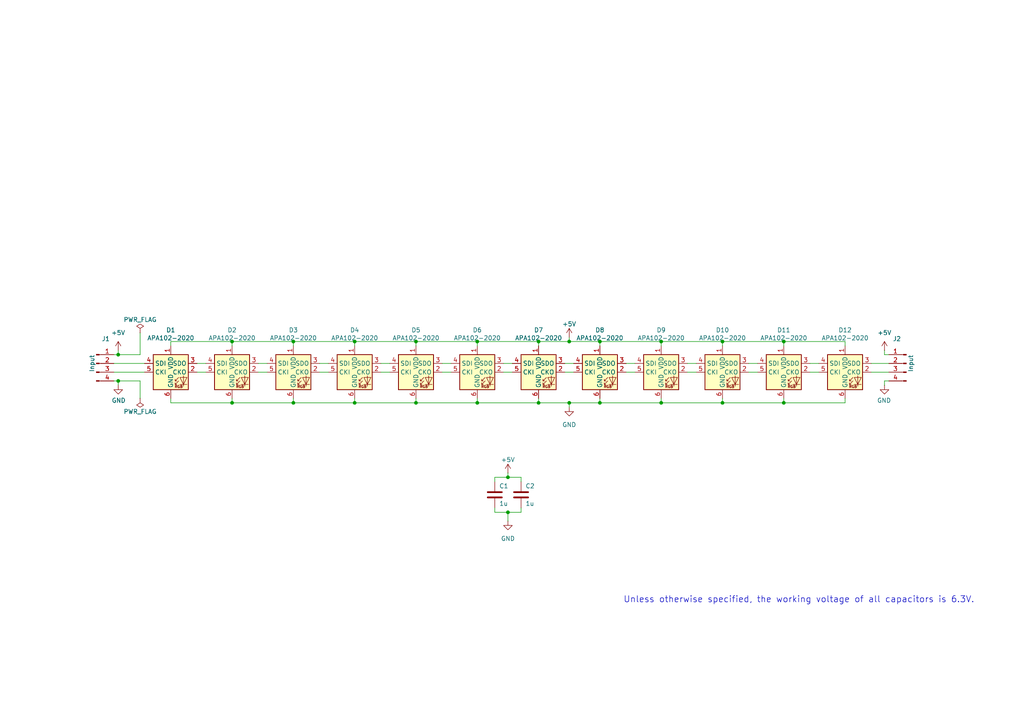
<source format=kicad_sch>
(kicad_sch (version 20231120) (generator "eeschema") (generator_version "8.0")
  (paper "A4")
  (lib_symbols
    (symbol "Connector:Conn_01x04_Pin" (pin_names (offset 1.016) hide)
      (property "Reference" "J" (at 0 5.08 0))
      (property "Value" "Conn_01x04_Pin" (at 0 -7.62 0))
      (symbol "Conn_01x04_Pin_1_1"
        (polyline (pts (xy 1.27 -5.08) (xy 0.8636 -5.08)) (stroke (width 0.1524)))
        (polyline (pts (xy 1.27 -2.54) (xy 0.8636 -2.54)) (stroke (width 0.1524)))
        (polyline (pts (xy 1.27 0) (xy 0.8636 0)) (stroke (width 0.1524)))
        (polyline (pts (xy 1.27 2.54) (xy 0.8636 2.54)) (stroke (width 0.1524)))
        (rectangle (start 0.8636 -4.953) (end 0 -5.207) (stroke (width 0.1524)) (fill (type outline)))
        (rectangle (start 0.8636 -2.413) (end 0 -2.667) (stroke (width 0.1524)) (fill (type outline)))
        (rectangle (start 0.8636 0.127) (end 0 -0.127) (stroke (width 0.1524)) (fill (type outline)))
        (rectangle (start 0.8636 2.667) (end 0 2.413) (stroke (width 0.1524)) (fill (type outline)))
        (pin passive line (at 5.08 2.54 180) (length 3.81) (name "Pin_1") (number "1"))
        (pin passive line (at 5.08 0 180) (length 3.81) (name "Pin_2") (number "2"))
        (pin passive line (at 5.08 -2.54 180) (length 3.81) (name "Pin_3") (number "3"))
        (pin passive line (at 5.08 -5.08 180) (length 3.81) (name "Pin_4") (number "4"))
      )
    )
    (symbol "Device:C" (pin_numbers hide) (pin_names (offset 0.254))
      (property "Reference" "C" (at 0.635 2.54 0))
      (property "Value" "C" (at 0.635 -2.54 0))
      (symbol "C_0_1"
        (polyline (pts (xy -2.032 -0.762) (xy 2.032 -0.762)) (stroke (width 0.508)))
        (polyline (pts (xy -2.032 0.762) (xy 2.032 0.762)) (stroke (width 0.508)))
      )
      (symbol "C_1_1"
        (pin passive line (at 0 3.81 270) (length 2.794) (name "~") (number "1"))
        (pin passive line (at 0 -3.81 90) (length 2.794) (name "~") (number "2"))
      )
    )
    (symbol "LED:APA102-2020"
      (property "Reference" "D" (at 5.08 5.715 0))
      (property "Value" "APA102-2020" (at 1.27 -5.715 0))
      (symbol "APA102-2020_0_0"
        (text "RGB" (at 2.286 -4.191 0) (effects (font (size 0.762 0.762))))
      )
      (symbol "APA102-2020_0_1"
        (polyline (pts (xy 1.27 -3.556) (xy 1.778 -3.556)))
        (polyline (pts (xy 1.27 -2.54) (xy 1.778 -2.54)))
        (polyline (pts (xy 4.699 -3.556) (xy 2.667 -3.556)))
        (polyline (pts (xy 2.286 -2.54) (xy 1.27 -3.556) (xy 1.27 -3.048)))
        (polyline (pts (xy 2.286 -1.524) (xy 1.27 -2.54) (xy 1.27 -2.032)))
        (polyline (pts (xy 3.683 -1.016) (xy 3.683 -3.556) (xy 3.683 -4.064)))
        (polyline (pts (xy 4.699 -1.524) (xy 2.667 -1.524) (xy 3.683 -3.556) (xy 4.699 -1.524)))
        (rectangle (start 5.08 5.08) (end -5.08 -5.08) (stroke (width 0.254)) (fill (type background)))
      )
      (symbol "APA102-2020_1_1"
        (pin power_in line (at 0 7.62 270) (length 2.54) (name "VDD") (number "1"))
        (pin output line (at 7.62 0 180) (length 2.54) (name "CKO") (number "2"))
        (pin output line (at 7.62 2.54 180) (length 2.54) (name "SDO") (number "3"))
        (pin input line (at -7.62 2.54 0) (length 2.54) (name "SDI") (number "4"))
        (pin input line (at -7.62 0 0) (length 2.54) (name "CKI") (number "5"))
        (pin power_in line (at 0 -7.62 90) (length 2.54) (name "GND") (number "6"))
      )
    )
    (symbol "power:+5V" (power) (pin_numbers hide) (pin_names (offset 0) hide)
      (property "Value" "+5V" (at 0 3.556 0))
      (symbol "+5V_0_1"
        (polyline (pts (xy -0.762 1.27) (xy 0 2.54)))
        (polyline (pts (xy 0 0) (xy 0 2.54)))
        (polyline (pts (xy 0 2.54) (xy 0.762 1.27)))
      )
      (symbol "+5V_1_1"
        (pin power_in line (at 0 0 90) (length 0) (name "~") (number "1"))
      )
    )
    (symbol "power:GND" (power) (pin_numbers hide) (pin_names (offset 0) hide)
      (property "Value" "GND" (at 0 -3.81 0))
      (symbol "GND_0_1"
        (polyline (pts (xy 0 0) (xy 0 -1.27) (xy 1.27 -1.27) (xy 0 -2.54) (xy -1.27 -1.27) (xy 0 -1.27)))
      )
      (symbol "GND_1_1"
        (pin power_in line (at 0 0 270) (length 0) (name "~") (number "1"))
      )
    )
    (symbol "power:PWR_FLAG" (power) (pin_numbers hide) (pin_names (offset 0) hide)
      (property "Value" "PWR_FLAG" (at 0 3.81 0))
      (symbol "PWR_FLAG_0_0"
        (pin power_out line (at 0 0 90) (length 0) (name "~") (number "1"))
      )
      (symbol "PWR_FLAG_0_1"
        (polyline (pts (xy 0 0) (xy 0 1.27) (xy -1.016 1.905) (xy 0 2.54) (xy 1.016 1.905) (xy 0 1.27)))
      )
    )
  )
  (junction (at 147.32 148.59))
  (junction (at 209.55 99.06))
  (junction (at 34.29 102.87))
  (junction (at 156.21 116.84))
  (junction (at 120.65 99.06))
  (junction (at 102.87 116.84))
  (junction (at 165.1 99.06))
  (junction (at 147.32 138.43))
  (junction (at 227.33 116.84))
  (junction (at 191.77 116.84))
  (junction (at 173.99 116.84))
  (junction (at 67.31 116.84))
  (junction (at 209.55 116.84))
  (junction (at 173.99 99.06))
  (junction (at 165.1 116.84))
  (junction (at 102.87 99.06))
  (junction (at 34.29 110.49))
  (junction (at 85.09 99.06))
  (junction (at 138.43 99.06))
  (junction (at 156.21 99.06))
  (junction (at 67.31 99.06))
  (junction (at 191.77 99.06))
  (junction (at 227.33 99.06))
  (junction (at 120.65 116.84))
  (junction (at 138.43 116.84))
  (junction (at 85.09 116.84))
  (wire (pts (xy 147.32 148.59) (xy 143.51 148.59)))
  (wire (pts (xy 209.55 116.84) (xy 227.33 116.84)))
  (wire (pts (xy 245.11 99.06) (xy 245.11 100.33)))
  (wire (pts (xy 57.15 105.41) (xy 59.69 105.41)))
  (wire (pts (xy 113.03 107.95) (xy 110.49 107.95)))
  (wire (pts (xy 199.39 105.41) (xy 201.93 105.41)))
  (wire (pts (xy 146.05 107.95) (xy 148.59 107.95)))
  (wire (pts (xy 209.55 116.84) (xy 209.55 115.57)))
  (wire (pts (xy 34.29 110.49) (xy 33.02 110.49)))
  (wire (pts (xy 33.02 105.41) (xy 41.91 105.41)))
  (wire (pts (xy 120.65 99.06) (xy 120.65 100.33)))
  (wire (pts (xy 40.64 115.57) (xy 40.64 110.49)))
  (wire (pts (xy 33.02 107.95) (xy 41.91 107.95)))
  (wire (pts (xy 102.87 100.33) (xy 102.87 99.06)))
  (wire (pts (xy 102.87 116.84) (xy 120.65 116.84)))
  (wire (pts (xy 245.11 115.57) (xy 245.11 116.84)))
  (wire (pts (xy 191.77 116.84) (xy 209.55 116.84)))
  (wire (pts (xy 138.43 100.33) (xy 138.43 99.06)))
  (wire (pts (xy 147.32 148.59) (xy 147.32 151.13)))
  (wire (pts (xy 165.1 99.06) (xy 173.99 99.06)))
  (wire (pts (xy 227.33 99.06) (xy 227.33 100.33)))
  (wire (pts (xy 128.27 105.41) (xy 130.81 105.41)))
  (wire (pts (xy 151.13 138.43) (xy 151.13 139.7)))
  (wire (pts (xy 128.27 107.95) (xy 130.81 107.95)))
  (wire (pts (xy 143.51 138.43) (xy 147.32 138.43)))
  (wire (pts (xy 57.15 107.95) (xy 59.69 107.95)))
  (wire (pts (xy 166.37 107.95) (xy 163.83 107.95)))
  (wire (pts (xy 209.55 99.06) (xy 227.33 99.06)))
  (wire (pts (xy 67.31 100.33) (xy 67.31 99.06)))
  (wire (pts (xy 146.05 105.41) (xy 148.59 105.41)))
  (wire (pts (xy 147.32 137.16) (xy 147.32 138.43)))
  (wire (pts (xy 227.33 99.06) (xy 245.11 99.06)))
  (wire (pts (xy 252.73 107.95) (xy 257.81 107.95)))
  (wire (pts (xy 151.13 147.32) (xy 151.13 148.59)))
  (wire (pts (xy 173.99 116.84) (xy 173.99 115.57)))
  (wire (pts (xy 67.31 116.84) (xy 85.09 116.84)))
  (wire (pts (xy 85.09 99.06) (xy 102.87 99.06)))
  (wire (pts (xy 156.21 116.84) (xy 156.21 115.57)))
  (wire (pts (xy 40.64 96.52) (xy 40.64 102.87)))
  (wire (pts (xy 143.51 139.7) (xy 143.51 138.43)))
  (wire (pts (xy 165.1 116.84) (xy 173.99 116.84)))
  (wire (pts (xy 138.43 116.84) (xy 138.43 115.57)))
  (wire (pts (xy 147.32 138.43) (xy 151.13 138.43)))
  (wire (pts (xy 77.47 107.95) (xy 74.93 107.95)))
  (wire (pts (xy 92.71 107.95) (xy 95.25 107.95)))
  (wire (pts (xy 92.71 105.41) (xy 95.25 105.41)))
  (wire (pts (xy 227.33 116.84) (xy 245.11 116.84)))
  (wire (pts (xy 120.65 116.84) (xy 120.65 115.57)))
  (wire (pts (xy 252.73 105.41) (xy 257.81 105.41)))
  (wire (pts (xy 151.13 148.59) (xy 147.32 148.59)))
  (wire (pts (xy 49.53 100.33) (xy 49.53 99.06)))
  (wire (pts (xy 181.61 105.41) (xy 184.15 105.41)))
  (wire (pts (xy 156.21 116.84) (xy 138.43 116.84)))
  (wire (pts (xy 102.87 115.57) (xy 102.87 116.84)))
  (wire (pts (xy 49.53 116.84) (xy 49.53 115.57)))
  (wire (pts (xy 173.99 99.06) (xy 191.77 99.06)))
  (wire (pts (xy 102.87 116.84) (xy 85.09 116.84)))
  (wire (pts (xy 156.21 99.06) (xy 165.1 99.06)))
  (wire (pts (xy 34.29 102.87) (xy 40.64 102.87)))
  (wire (pts (xy 67.31 99.06) (xy 85.09 99.06)))
  (wire (pts (xy 256.54 110.49) (xy 256.54 111.76)))
  (wire (pts (xy 156.21 100.33) (xy 156.21 99.06)))
  (wire (pts (xy 166.37 105.41) (xy 163.83 105.41)))
  (wire (pts (xy 34.29 102.87) (xy 33.02 102.87)))
  (wire (pts (xy 191.77 115.57) (xy 191.77 116.84)))
  (wire (pts (xy 77.47 105.41) (xy 74.93 105.41)))
  (wire (pts (xy 102.87 99.06) (xy 120.65 99.06)))
  (wire (pts (xy 234.95 107.95) (xy 237.49 107.95)))
  (wire (pts (xy 165.1 97.79) (xy 165.1 99.06)))
  (wire (pts (xy 138.43 99.06) (xy 156.21 99.06)))
  (wire (pts (xy 191.77 116.84) (xy 173.99 116.84)))
  (wire (pts (xy 217.17 107.95) (xy 219.71 107.95)))
  (wire (pts (xy 217.17 105.41) (xy 219.71 105.41)))
  (wire (pts (xy 85.09 100.33) (xy 85.09 99.06)))
  (wire (pts (xy 234.95 105.41) (xy 237.49 105.41)))
  (wire (pts (xy 191.77 99.06) (xy 209.55 99.06)))
  (wire (pts (xy 120.65 99.06) (xy 138.43 99.06)))
  (wire (pts (xy 201.93 107.95) (xy 199.39 107.95)))
  (wire (pts (xy 173.99 100.33) (xy 173.99 99.06)))
  (wire (pts (xy 227.33 115.57) (xy 227.33 116.84)))
  (wire (pts (xy 256.54 101.6) (xy 256.54 102.87)))
  (wire (pts (xy 209.55 99.06) (xy 209.55 100.33)))
  (wire (pts (xy 156.21 116.84) (xy 165.1 116.84)))
  (wire (pts (xy 143.51 147.32) (xy 143.51 148.59)))
  (wire (pts (xy 165.1 116.84) (xy 165.1 118.11)))
  (wire (pts (xy 67.31 116.84) (xy 67.31 115.57)))
  (wire (pts (xy 34.29 101.6) (xy 34.29 102.87)))
  (wire (pts (xy 181.61 107.95) (xy 184.15 107.95)))
  (wire (pts (xy 34.29 110.49) (xy 34.29 111.76)))
  (wire (pts (xy 120.65 116.84) (xy 138.43 116.84)))
  (wire (pts (xy 49.53 99.06) (xy 67.31 99.06)))
  (wire (pts (xy 256.54 110.49) (xy 257.81 110.49)))
  (wire (pts (xy 67.31 116.84) (xy 49.53 116.84)))
  (wire (pts (xy 110.49 105.41) (xy 113.03 105.41)))
  (wire (pts (xy 191.77 100.33) (xy 191.77 99.06)))
  (wire (pts (xy 85.09 116.84) (xy 85.09 115.57)))
  (wire (pts (xy 256.54 102.87) (xy 257.81 102.87)))
  (wire (pts (xy 34.29 110.49) (xy 40.64 110.49)))
  (text "Unless otherwise specified, the working voltage of all capacitors is 6.3V. " (at 232.41 173.99 0) (effects (font (size 1.8 1.8))))
  (symbol (lib_id "LED:APA102-2020") (at 102.87 107.95 0) (unit 1)
    (property "Reference" "D4" (at 102.87 95.7326 0))
    (property "Value" "APA102-2020" (at 102.87 98.044 0))
    (property "Footprint" "extraFootprints:LED-APA102-2020" (effects (hide yes)))
    (property "Datasheet" "http://www.led-color.com/upload/201604/APA102-2020%20SMD%20LED.pdf" (effects (hide yes)))
  )
  (symbol (lib_id "Device:C") (at 143.51 143.51 0) (unit 1)
    (property "Reference" "C1" (at 144.78 140.97 0) (effects (justify left)))
    (property "Value" "1u" (at 144.78 146.05 0) (effects (justify left)))
    (property "Footprint" "Capacitor_SMD:C_0805_2012Metric_Pad1.18x1.45mm_HandSolder" (effects (hide yes)))
    (property "Description" "Unpolarized capacitor" (effects (hide yes)))
  )
  (symbol (lib_id "power:GND") (at 256.54 111.76 0) (mirror y) (unit 1)
    (property "Reference" "#PWR06" (effects (hide yes)))
    (property "Value" "GND" (at 256.413 116.1542 0))
  )
  (symbol (lib_id "LED:APA102-2020") (at 49.53 107.95 0) (unit 1)
    (property "Reference" "D1" (at 49.53 95.7326 0))
    (property "Value" "APA102-2020" (at 49.53 98.044 0))
    (property "Footprint" "extraFootprints:LED-APA102-2020" (effects (hide yes)))
    (property "Datasheet" "http://www.led-color.com/upload/201604/APA102-2020%20SMD%20LED.pdf" (effects (hide yes)))
  )
  (symbol (lib_id "LED:APA102-2020") (at 173.99 107.95 0) (unit 1)
    (property "Reference" "D8" (at 173.99 95.7326 0))
    (property "Value" "APA102-2020" (at 173.99 98.044 0))
    (property "Footprint" "extraFootprints:LED-APA102-2020" (effects (hide yes)))
    (property "Datasheet" "http://www.led-color.com/upload/201604/APA102-2020%20SMD%20LED.pdf" (effects (hide yes)))
  )
  (symbol (lib_id "LED:APA102-2020") (at 209.55 107.95 0) (unit 1)
    (property "Reference" "D10" (at 209.55 95.7326 0))
    (property "Value" "APA102-2020" (at 209.55 98.044 0))
    (property "Footprint" "extraFootprints:LED-APA102-2020" (effects (hide yes)))
    (property "Datasheet" "http://www.led-color.com/upload/201604/APA102-2020%20SMD%20LED.pdf" (effects (hide yes)))
  )
  (symbol (lib_id "LED:APA102-2020") (at 156.21 107.95 0) (unit 1)
    (property "Reference" "D7" (at 156.21 95.7326 0))
    (property "Value" "APA102-2020" (at 156.21 98.044 0))
    (property "Footprint" "extraFootprints:LED-APA102-2020" (effects (hide yes)))
    (property "Datasheet" "http://www.led-color.com/upload/201604/APA102-2020%20SMD%20LED.pdf" (effects (hide yes)))
  )
  (symbol (lib_id "Connector:Conn_01x04_Pin") (at 27.94 105.41 0) (unit 1)
    (property "Reference" "J1" (at 30.6832 98.2726 0))
    (property "Value" "Input" (at 26.67 105.41 90))
    (property "Footprint" "extraFootprints:SMD_4xSolderPads_2,5mm_1mm" (effects (hide yes)))
    (property "Description" "Generic connector, single row, 01x04, script generated" (effects (hide yes)))
  )
  (symbol (lib_id "power:GND") (at 165.1 118.11 0) (unit 1)
    (property "Reference" "#PWR01" (effects (hide yes)))
    (property "Value" "GND" (at 165.1 123.19 0))
    (property "Description" "Power symbol creates a global label with name \"GND\" , ground" (effects (hide yes)))
  )
  (symbol (lib_id "power:+5V") (at 256.54 101.6 0) (mirror y) (unit 1)
    (property "Reference" "#PWR05" (effects (hide yes)))
    (property "Value" "+5V" (at 256.54 96.52 0))
    (property "Description" "Power symbol creates a global label with name \"+5V\"" (effects (hide yes)))
  )
  (symbol (lib_id "LED:APA102-2020") (at 138.43 107.95 0) (unit 1)
    (property "Reference" "D6" (at 138.43 95.7326 0))
    (property "Value" "APA102-2020" (at 138.43 98.044 0))
    (property "Footprint" "extraFootprints:LED-APA102-2020" (effects (hide yes)))
    (property "Datasheet" "http://www.led-color.com/upload/201604/APA102-2020%20SMD%20LED.pdf" (effects (hide yes)))
  )
  (symbol (lib_id "Connector:Conn_01x04_Pin") (at 262.89 105.41 0) (mirror y) (unit 1)
    (property "Reference" "J2" (at 260.1468 98.2726 0))
    (property "Value" "Input" (at 264.16 105.41 90))
    (property "Footprint" "extraFootprints:SMD_4xSolderPads_2,5mm_1mm" (effects (hide yes)))
    (property "Description" "Generic connector, single row, 01x04, script generated" (effects (hide yes)))
  )
  (symbol (lib_id "LED:APA102-2020") (at 191.77 107.95 0) (unit 1)
    (property "Reference" "D9" (at 191.77 95.7326 0))
    (property "Value" "APA102-2020" (at 191.77 98.044 0))
    (property "Footprint" "extraFootprints:LED-APA102-2020" (effects (hide yes)))
    (property "Datasheet" "http://www.led-color.com/upload/201604/APA102-2020%20SMD%20LED.pdf" (effects (hide yes)))
  )
  (symbol (lib_id "LED:APA102-2020") (at 245.11 107.95 0) (unit 1)
    (property "Reference" "D12" (at 245.11 95.7326 0))
    (property "Value" "APA102-2020" (at 245.11 98.044 0))
    (property "Footprint" "extraFootprints:LED-APA102-2020" (effects (hide yes)))
    (property "Datasheet" "http://www.led-color.com/upload/201604/APA102-2020%20SMD%20LED.pdf" (effects (hide yes)))
  )
  (symbol (lib_id "LED:APA102-2020") (at 85.09 107.95 0) (unit 1)
    (property "Reference" "D3" (at 85.09 95.7326 0))
    (property "Value" "APA102-2020" (at 85.09 98.044 0))
    (property "Footprint" "extraFootprints:LED-APA102-2020" (effects (hide yes)))
    (property "Datasheet" "http://www.led-color.com/upload/201604/APA102-2020%20SMD%20LED.pdf" (effects (hide yes)))
  )
  (symbol (lib_id "LED:APA102-2020") (at 67.31 107.95 0) (unit 1)
    (property "Reference" "D2" (at 67.31 95.7326 0))
    (property "Value" "APA102-2020" (at 67.31 98.044 0))
    (property "Footprint" "extraFootprints:LED-APA102-2020" (effects (hide yes)))
    (property "Datasheet" "http://www.led-color.com/upload/201604/APA102-2020%20SMD%20LED.pdf" (effects (hide yes)))
  )
  (symbol (lib_id "power:+5V") (at 34.29 101.6 0) (unit 1)
    (property "Reference" "#PWR02" (effects (hide yes)))
    (property "Value" "+5V" (at 34.29 96.52 0))
    (property "Description" "Power symbol creates a global label with name \"+5V\"" (effects (hide yes)))
  )
  (symbol (lib_id "power:GND") (at 147.32 151.13 0) (unit 1)
    (property "Reference" "#PWR08" (effects (hide yes)))
    (property "Value" "GND" (at 147.32 156.21 0))
    (property "Description" "Power symbol creates a global label with name \"GND\" , ground" (effects (hide yes)))
  )
  (symbol (lib_id "Device:C") (at 151.13 143.51 0) (unit 1)
    (property "Reference" "C2" (at 152.4 140.97 0) (effects (justify left)))
    (property "Value" "1u" (at 152.4 146.05 0) (effects (justify left)))
    (property "Footprint" "Capacitor_SMD:C_0805_2012Metric_Pad1.18x1.45mm_HandSolder" (effects (hide yes)))
    (property "Description" "Unpolarized capacitor" (effects (hide yes)))
  )
  (symbol (lib_id "power:+5V") (at 165.1 97.79 0) (unit 1)
    (property "Reference" "#PWR04" (effects (hide yes)))
    (property "Value" "+5V" (at 165.1 93.98 0))
    (property "Description" "Power symbol creates a global label with name \"+5V\"" (effects (hide yes)))
  )
  (symbol (lib_id "power:PWR_FLAG") (at 40.64 96.52 0) (unit 1)
    (property "Reference" "#FLG01" (effects (hide yes)))
    (property "Value" "PWR_FLAG" (at 40.64 92.71 0))
    (property "Description" "Special symbol for telling ERC where power comes from" (effects (hide yes)))
  )
  (symbol (lib_id "power:PWR_FLAG") (at 40.64 115.57 180) (unit 1)
    (property "Reference" "#FLG02" (effects (hide yes)))
    (property "Value" "PWR_FLAG" (at 40.64 119.38 0))
    (property "Description" "Special symbol for telling ERC where power comes from" (effects (hide yes)))
  )
  (symbol (lib_id "LED:APA102-2020") (at 227.33 107.95 0) (unit 1)
    (property "Reference" "D11" (at 227.33 95.7326 0))
    (property "Value" "APA102-2020" (at 227.33 98.044 0))
    (property "Footprint" "extraFootprints:LED-APA102-2020" (effects (hide yes)))
    (property "Datasheet" "http://www.led-color.com/upload/201604/APA102-2020%20SMD%20LED.pdf" (effects (hide yes)))
  )
  (symbol (lib_id "LED:APA102-2020") (at 120.65 107.95 0) (unit 1)
    (property "Reference" "D5" (at 120.65 95.7326 0))
    (property "Value" "APA102-2020" (at 120.65 98.044 0))
    (property "Footprint" "extraFootprints:LED-APA102-2020" (effects (hide yes)))
    (property "Datasheet" "http://www.led-color.com/upload/201604/APA102-2020%20SMD%20LED.pdf" (effects (hide yes)))
  )
  (symbol (lib_id "power:+5V") (at 147.32 137.16 0) (unit 1)
    (property "Reference" "#PWR07" (effects (hide yes)))
    (property "Value" "+5V" (at 147.32 133.35 0))
    (property "Description" "Power symbol creates a global label with name \"+5V\"" (effects (hide yes)))
  )
  (symbol (lib_id "power:GND") (at 34.29 111.76 0) (unit 1)
    (property "Reference" "#PWR03" (effects (hide yes)))
    (property "Value" "GND" (at 34.417 116.1542 0))
  )
)
</source>
